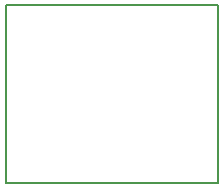
<source format=gm1>
G04 #@! TF.FileFunction,Profile,NP*
%FSLAX46Y46*%
G04 Gerber Fmt 4.6, Leading zero omitted, Abs format (unit mm)*
G04 Created by KiCad (PCBNEW 4.0.3-stable) date Sun Sep 11 01:23:42 2016*
%MOMM*%
%LPD*%
G01*
G04 APERTURE LIST*
%ADD10C,0.100000*%
%ADD11C,0.150000*%
G04 APERTURE END LIST*
D10*
D11*
X126100000Y-95000000D02*
X126100000Y-110000000D01*
X144000000Y-95000000D02*
X126100000Y-95000000D01*
X144000000Y-110000000D02*
X144000000Y-95000000D01*
X126100000Y-110000000D02*
X144000000Y-110000000D01*
M02*

</source>
